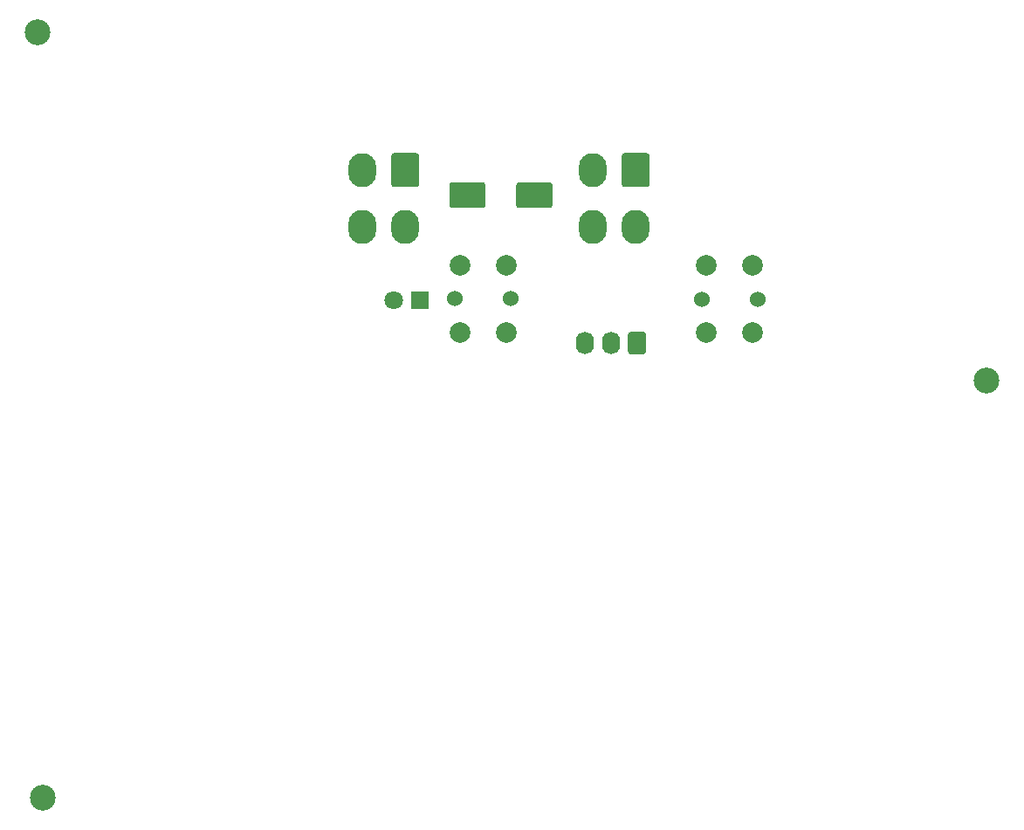
<source format=gbr>
%TF.GenerationSoftware,KiCad,Pcbnew,(5.1.9)-1*%
%TF.CreationDate,2021-09-11T23:18:36-06:00*%
%TF.ProjectId,ewi_v3,6577695f-7633-42e6-9b69-6361645f7063,rev?*%
%TF.SameCoordinates,Original*%
%TF.FileFunction,Soldermask,Bot*%
%TF.FilePolarity,Negative*%
%FSLAX46Y46*%
G04 Gerber Fmt 4.6, Leading zero omitted, Abs format (unit mm)*
G04 Created by KiCad (PCBNEW (5.1.9)-1) date 2021-09-11 23:18:36*
%MOMM*%
%LPD*%
G01*
G04 APERTURE LIST*
%ADD10C,1.524000*%
%ADD11C,2.000000*%
%ADD12O,1.740000X2.190000*%
%ADD13O,2.700000X3.300000*%
%ADD14C,2.500000*%
%ADD15C,1.800000*%
%ADD16R,1.800000X1.800000*%
G04 APERTURE END LIST*
D10*
%TO.C,SW2*%
X149289049Y-85312196D03*
X143889049Y-85312196D03*
D11*
X144339049Y-82062196D03*
X148839049Y-82062196D03*
X144339049Y-88562196D03*
X148839049Y-88562196D03*
%TD*%
D10*
%TO.C,SW1*%
X167809049Y-85352196D03*
X173209049Y-85352196D03*
D11*
X172759049Y-88602196D03*
X168259049Y-88602196D03*
X172759049Y-82102196D03*
X168259049Y-82102196D03*
%TD*%
D12*
%TO.C,J3*%
X156451300Y-89623143D03*
X158991300Y-89623143D03*
G36*
G01*
X162401300Y-88778142D02*
X162401300Y-90468144D01*
G75*
G02*
X162151301Y-90718143I-249999J0D01*
G01*
X160911299Y-90718143D01*
G75*
G02*
X160661300Y-90468144I0J249999D01*
G01*
X160661300Y-88778142D01*
G75*
G02*
X160911299Y-88528143I249999J0D01*
G01*
X162151301Y-88528143D01*
G75*
G02*
X162401300Y-88778142I0J-249999D01*
G01*
G37*
%TD*%
D13*
%TO.C,J2*%
X134861300Y-78344144D03*
X139061300Y-78344144D03*
X134861300Y-72844144D03*
G36*
G01*
X140411300Y-71444145D02*
X140411300Y-74244143D01*
G75*
G02*
X140161299Y-74494144I-250001J0D01*
G01*
X137961301Y-74494144D01*
G75*
G02*
X137711300Y-74244143I0J250001D01*
G01*
X137711300Y-71444145D01*
G75*
G02*
X137961301Y-71194144I250001J0D01*
G01*
X140161299Y-71194144D01*
G75*
G02*
X140411300Y-71444145I0J-250001D01*
G01*
G37*
%TD*%
%TO.C,J1*%
X157213300Y-78344144D03*
X161413300Y-78344144D03*
X157213300Y-72844144D03*
G36*
G01*
X162763300Y-71444145D02*
X162763300Y-74244143D01*
G75*
G02*
X162513299Y-74494144I-250001J0D01*
G01*
X160313301Y-74494144D01*
G75*
G02*
X160063300Y-74244143I0J250001D01*
G01*
X160063300Y-71444145D01*
G75*
G02*
X160313301Y-71194144I250001J0D01*
G01*
X162513299Y-71194144D01*
G75*
G02*
X162763300Y-71444145I0J-250001D01*
G01*
G37*
%TD*%
D14*
%TO.C,H3*%
X103873299Y-133692144D03*
%TD*%
%TO.C,H2*%
X195440298Y-93273658D03*
%TD*%
%TO.C,H1*%
X103365299Y-59502298D03*
%TD*%
D15*
%TO.C,D1*%
X137909300Y-85432143D03*
D16*
X140449300Y-85432143D03*
%TD*%
%TO.C,C1*%
G36*
G01*
X146823300Y-74272144D02*
X146823300Y-76272144D01*
G75*
G02*
X146573300Y-76522144I-250000J0D01*
G01*
X143573300Y-76522144D01*
G75*
G02*
X143323300Y-76272144I0J250000D01*
G01*
X143323300Y-74272144D01*
G75*
G02*
X143573300Y-74022144I250000J0D01*
G01*
X146573300Y-74022144D01*
G75*
G02*
X146823300Y-74272144I0J-250000D01*
G01*
G37*
G36*
G01*
X153323300Y-74272144D02*
X153323300Y-76272144D01*
G75*
G02*
X153073300Y-76522144I-250000J0D01*
G01*
X150073300Y-76522144D01*
G75*
G02*
X149823300Y-76272144I0J250000D01*
G01*
X149823300Y-74272144D01*
G75*
G02*
X150073300Y-74022144I250000J0D01*
G01*
X153073300Y-74022144D01*
G75*
G02*
X153323300Y-74272144I0J-250000D01*
G01*
G37*
%TD*%
M02*

</source>
